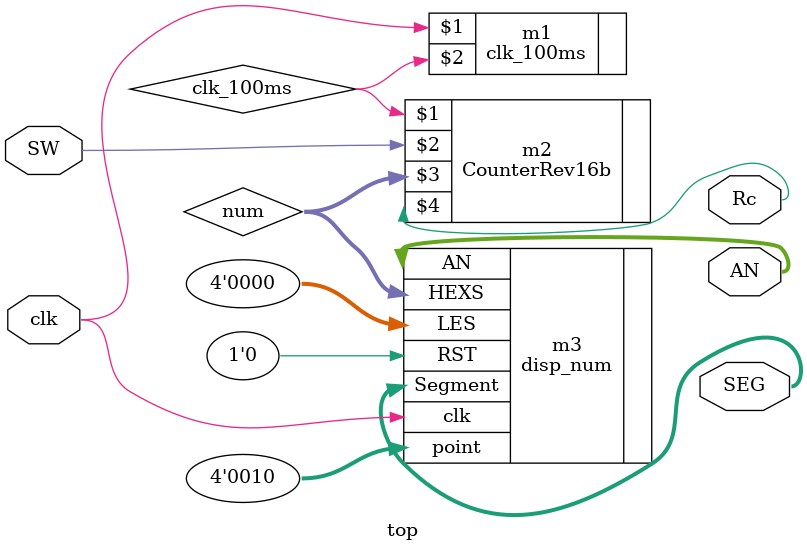
<source format=v>
`timescale 1ns / 1ps
module top(
	input wire clk,
	input wire SW,
	output wire [7:0] SEG,
	output wire [3:0] AN,
	output wire Rc
   );
	
	wire clk_100ms;
	wire [15:0] num;

	clk_100ms m1(clk, clk_100ms);
	
	CounterRev16b m2(clk_100ms, SW, num, Rc);
	
	disp_num m3(.clk(clk), .RST(1'b0), .HEXS(num), .point(4'b0010), .LES(4'b0), .Segment(SEG), .AN(AN));

endmodule

</source>
